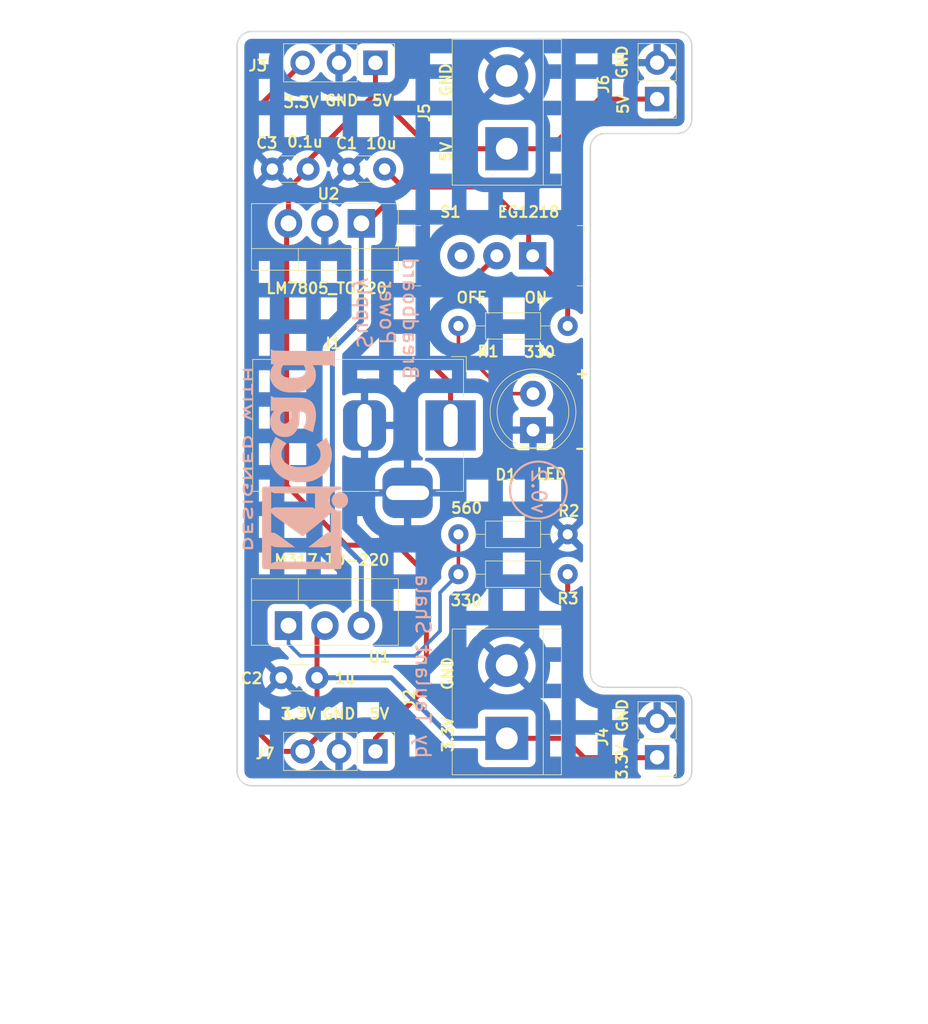
<source format=kicad_pcb>
(kicad_pcb (version 20211014) (generator pcbnew)
  (layers (0 "F.Cu" signal) (31 "B.Cu" signal) (34 "B.Paste" user) (35 "F.Paste" user) (36 "B.SilkS" user "B.Silkscreen") (37 "F.SilkS" user "F.Silkscreen") (38 "B.Mask" user) (39 "F.Mask" user) (44 "Edge.Cuts" user))
  (net 0 "")
  (net 1 "/12V")
  (net 2 "GND")
  (net 3 "/3.3V")
  (net 4 "/5V")
  (net 5 "Net-(D1-Pad2)")
  (net 6 "/PWR_input")
  (net 7 "Net-(R2-Pad1)")
  (footprint "Capacitor_THT:C_Disc_D3.0mm_W1.6mm_P2.50mm" (layer "F.Cu") (at 128.28 79.6 180)
    (fp_text reference "C3" (at 2.882 1.82) (layer "F.SilkS") (effects (font (size 0.75 0.75))))
    (fp_text value "0.1u" (at 0.222 1.9) (layer "F.SilkS") (effects (font (size 0.75 0.75))))
    (pad "1" thru_hole circle (at 0 0 180) (size 1.6 1.6) (drill 0.8) (layers *.Cu *.Mask) (net 4 "/5V"))
    (pad "2" thru_hole circle (at 2.5 0 180) (size 1.6 1.6) (drill 0.8) (layers *.Cu *.Mask) (net 2 "GND"))
  )
  (footprint "Connector_PinHeader_2.54mm:PinHeader_1x02_P2.54mm_Vertical" (layer "F.Cu") (at 152.62 74.72 180)
    (fp_text reference "J6" (at 3.75 1.04 270) (layer "F.SilkS") (effects (font (size 0.75 0.75))))
    (fp_text value "Conn_01x02_Male")
    (pad "1" thru_hole rect (at 0 0 180) (size 1.7 1.7) (drill 1) (layers *.Cu *.Mask) (net 4 "/5V"))
    (pad "2" thru_hole oval (at 0 2.54 180) (size 1.7 1.7) (drill 1) (layers *.Cu *.Mask) (net 2 "GND"))
  )
  (footprint "Resistor_THT:R_Axial_DIN0204_L3.6mm_D1.6mm_P7.62mm_Horizontal" (layer "F.Cu") (at 146.38 105.06 180)
    (fp_text reference "R3" (at -0.02 -4.48) (layer "F.SilkS") (effects (font (size 0.75 0.75))))
    (fp_text value "560" (at 7.05 1.83) (layer "F.SilkS") (effects (font (size 0.75 0.75))))
    (pad "1" thru_hole circle (at 0 0 180) (size 1.4 1.4) (drill 0.7) (layers *.Cu *.Mask) (net 2 "GND"))
    (pad "2" thru_hole oval (at 7.62 0 180) (size 1.4 1.4) (drill 0.7) (layers *.Cu *.Mask) (net 7 "Net-(R2-Pad1)"))
  )
  (footprint "Connector_BarrelJack:BarrelJack_Horizontal" (layer "F.Cu") (at 138.212 97.47)
    (fp_text reference "J1" (at -8.292 -5.72) (layer "F.SilkS") (effects (font (size 0.75 0.75))))
    (fp_text value "Barrel_Jack_Switch")
    (pad "1" thru_hole rect (at 0 0) (size 3.5 3.5) (drill oval 1 3) (layers *.Cu *.Mask) (net 6 "/PWR_input"))
    (pad "2" thru_hole roundrect (at -6 0) (size 3 3.5) (drill oval 1 3) (layers *.Cu *.Mask) (net 2 "GND"))
    (pad "3" thru_hole roundrect (at -3 4.7) (size 3.5 3.5) (drill oval 3 1) (layers *.Cu *.Mask) (net 2 "GND"))
  )
  (footprint "Resistor_THT:R_Axial_DIN0204_L3.6mm_D1.6mm_P7.62mm_Horizontal" (layer "F.Cu") (at 138.76 107.84)
    (fp_text reference "R2" (at 7.7 -4.41) (layer "F.SilkS") (effects (font (size 0.75 0.75))))
    (fp_text value "330" (at 0.54 1.83) (layer "F.SilkS") (effects (font (size 0.75 0.75))))
    (pad "1" thru_hole circle (at 0 0) (size 1.4 1.4) (drill 0.7) (layers *.Cu *.Mask) (net 7 "Net-(R2-Pad1)"))
    (pad "2" thru_hole oval (at 7.62 0) (size 1.4 1.4) (drill 0.7) (layers *.Cu *.Mask) (net 3 "/3.3V"))
  )
  (footprint "Connector_PinHeader_2.54mm:PinHeader_1x02_P2.54mm_Vertical" (layer "F.Cu") (at 152.62 120.605 180)
    (fp_text reference "J4" (at 3.82 1.415 90) (layer "F.SilkS") (effects (font (size 0.75 0.75))))
    (fp_text value "Conn_01x02_Male")
    (pad "1" thru_hole rect (at 0 0 180) (size 1.7 1.7) (drill 1) (layers *.Cu *.Mask) (net 3 "/3.3V"))
    (pad "2" thru_hole oval (at 0 2.54 180) (size 1.7 1.7) (drill 1) (layers *.Cu *.Mask) (net 2 "GND"))
  )
  (footprint "Capacitor_THT:C_Disc_D3.0mm_W1.6mm_P2.50mm" (layer "F.Cu") (at 133.614 79.6 180)
    (fp_text reference "C1" (at 2.646 1.8) (layer "F.SilkS") (effects (font (size 0.75 0.75))))
    (fp_text value "10u" (at 0.226 1.79) (layer "F.SilkS") (effects (font (size 0.75 0.75))))
    (pad "1" thru_hole circle (at 0 0 180) (size 1.6 1.6) (drill 0.8) (layers *.Cu *.Mask) (net 1 "/12V"))
    (pad "2" thru_hole circle (at 2.5 0 180) (size 1.6 1.6) (drill 0.8) (layers *.Cu *.Mask) (net 2 "GND"))
  )
  (footprint "Capacitor_THT:C_Disc_D3.0mm_W1.6mm_P2.50mm" (layer "F.Cu") (at 128.9 115.06 180)
    (fp_text reference "C2" (at 4.56 -0.04) (layer "F.SilkS") (effects (font (size 0.75 0.75))))
    (fp_text value "1u" (at -1.94 -0.04) (layer "F.SilkS") (effects (font (size 0.75 0.75))))
    (pad "1" thru_hole circle (at 0 0 180) (size 1.6 1.6) (drill 0.8) (layers *.Cu *.Mask) (net 3 "/3.3V"))
    (pad "2" thru_hole circle (at 2.5 0 180) (size 1.6 1.6) (drill 0.8) (layers *.Cu *.Mask) (net 2 "GND"))
  )
  (footprint "TerminalBlock:TerminalBlock_bornier-2_P5.08mm" (layer "F.Cu") (at 142.134 119.284 90)
    (fp_text reference "J2" (at 2.774 -6.804 90) (layer "F.SilkS") (effects (font (size 0.75 0.75))))
    (fp_text value "Screw_Terminal_01x02")
    (pad "1" thru_hole rect (at 0 0 90) (size 3 3) (drill 1.52) (layers *.Cu *.Mask) (net 3 "/3.3V"))
    (pad "2" thru_hole circle (at 5.08 0 90) (size 3 3) (drill 1.52) (layers *.Cu *.Mask) (net 2 "GND"))
  )
  (footprint "Connector_PinHeader_2.54mm:PinHeader_1x03_P2.54mm_Vertical" (layer "F.Cu") (at 132.974 120.194 -90)
    (fp_text reference "J7" (at 0.146 7.704 180) (layer "F.SilkS") (effects (font (size 0.75 0.75))))
    (fp_text value "Conn_01x03_Male")
    (pad "1" thru_hole rect (at 0 0 270) (size 1.7 1.7) (drill 1) (layers *.Cu *.Mask) (net 4 "/5V"))
    (pad "2" thru_hole oval (at 0 2.54 270) (size 1.7 1.7) (drill 1) (layers *.Cu *.Mask) (net 2 "GND"))
    (pad "3" thru_hole oval (at 0 5.08 270) (size 1.7 1.7) (drill 1) (layers *.Cu *.Mask) (net 3 "/3.3V"))
  )
  (footprint "Package_TO_SOT_THT:TO-220-3_Vertical" (layer "F.Cu") (at 126.91 111.425)
    (fp_text reference "U1" (at 6.34 2.195) (layer "F.SilkS") (effects (font (size 0.75 0.75))))
    (fp_text value "LM317_TO-220" (at 2.72 -4.575) (layer "F.SilkS") (effects (font (size 0.75 0.75))))
    (pad "1" thru_hole rect (at 0 0) (size 1.905 2) (drill 1.1) (layers *.Cu *.Mask) (net 7 "Net-(R2-Pad1)"))
    (pad "2" thru_hole oval (at 2.54 0) (size 1.905 2) (drill 1.1) (layers *.Cu *.Mask) (net 3 "/3.3V"))
    (pad "3" thru_hole oval (at 5.08 0) (size 1.905 2) (drill 1.1) (layers *.Cu *.Mask) (net 1 "/12V"))
  )
  (footprint "LED_THT:LED_D5.0mm" (layer "F.Cu") (at 143.96 97.795 90)
    (fp_text reference "D1" (at -3.115 -1.884 180) (layer "F.SilkS") (effects (font (size 0.75 0.75))))
    (fp_text value "LED" (at -3.055 1.28 180) (layer "F.SilkS") (effects (font (size 0.75 0.75))))
    (pad "1" thru_hole rect (at 0 0 90) (size 1.8 1.8) (drill 0.9) (layers *.Cu *.Mask) (net 2 "GND"))
    (pad "2" thru_hole circle (at 2.54 0 90) (size 1.8 1.8) (drill 0.9) (layers *.Cu *.Mask) (net 5 "Net-(D1-Pad2)"))
  )
  (footprint "Package_TO_SOT_THT:TO-220-3_Vertical" (layer "F.Cu") (at 131.99 83.38 180)
    (fp_text reference "U2" (at 2.29 2.05) (layer "F.SilkS") (effects (font (size 0.75 0.75))))
    (fp_text value "LM7805_TO220" (at 2.42 -4.53) (layer "F.SilkS") (effects (font (size 0.75 0.75))))
    (pad "1" thru_hole rect (at 0 0 180) (size 1.905 2) (drill 1.1) (layers *.Cu *.Mask) (net 1 "/12V"))
    (pad "2" thru_hole oval (at 2.54 0 180) (size 1.905 2) (drill 1.1) (layers *.Cu *.Mask) (net 2 "GND"))
    (pad "3" thru_hole oval (at 5.08 0 180) (size 1.905 2) (drill 1.1) (layers *.Cu *.Mask) (net 4 "/5V"))
  )
  (footprint "TerminalBlock:TerminalBlock_bornier-2_P5.08mm" (layer "F.Cu") (at 142.134 78.18 90)
    (fp_text reference "J5" (at 2.51 -5.754 270) (layer "F.SilkS") (effects (font (size 0.75 0.75))))
    (fp_text value "Screw_Terminal_01x02")
    (pad "1" thru_hole rect (at 0 0 90) (size 3 3) (drill 1.52) (layers *.Cu *.Mask) (net 4 "/5V"))
    (pad "2" thru_hole circle (at 5.08 0 90) (size 3 3) (drill 1.52) (layers *.Cu *.Mask) (net 2 "GND"))
  )
  (footprint "Connector_PinHeader_2.54mm:PinHeader_1x03_P2.54mm_Vertical" (layer "F.Cu") (at 132.974 72.19 -90)
    (fp_text reference "J3" (at 0.2 8.204 180) (layer "F.SilkS") (effects (font (size 0.75 0.75))))
    (fp_text value "Conn_01x03_Male")
    (pad "1" thru_hole rect (at 0 0 270) (size 1.7 1.7) (drill 1) (layers *.Cu *.Mask) (net 4 "/5V"))
    (pad "2" thru_hole oval (at 0 2.54 270) (size 1.7 1.7) (drill 1) (layers *.Cu *.Mask) (net 2 "GND"))
    (pad "3" thru_hole oval (at 0 5.08 270) (size 1.7 1.7) (drill 1) (layers *.Cu *.Mask) (net 3 "/3.3V"))
  )
  (footprint "Resistor_THT:R_Axial_DIN0204_L3.6mm_D1.6mm_P7.62mm_Horizontal" (layer "F.Cu") (at 138.76 90.534)
    (fp_text reference "R1" (at 2.07 1.786) (layer "F.SilkS") (effects (font (size 0.75 0.75))))
    (fp_text value "330" (at 5.66 1.816) (layer "F.SilkS") (effects (font (size 0.75 0.75))))
    (pad "1" thru_hole circle (at 0 0) (size 1.4 1.4) (drill 0.7) (layers *.Cu *.Mask) (net 5 "Net-(D1-Pad2)"))
    (pad "2" thru_hole oval (at 7.62 0) (size 1.4 1.4) (drill 0.7) (layers *.Cu *.Mask) (net 1 "/12V"))
  )
  (footprint "digikey-footprints:Switch_Slide_11.6x4mm_EG1218" (layer "F.Cu") (at 143.94 85.64 180)
    (fp_text reference "S1" (at 5.74 3.05) (layer "F.SilkS") (effects (font (size 0.75 0.75))))
    (fp_text value "EG1218" (at 0.29 3.05) (layer "F.SilkS") (effects (font (size 0.75 0.75))))
    (pad "1" thru_hole rect locked (at 0 0 180) (size 1.9 1.9) (drill 0.9) (layers *.Cu *.Mask) (net 1 "/12V"))
    (pad "2" thru_hole circle locked (at 2.5 0 180) (size 1.9 1.9) (drill 0.9) (layers *.Cu *.Mask) (net 6 "/PWR_input"))
    (pad "3" thru_hole circle locked (at 5 0 180) (size 1.9 1.9) (drill 0.9) (layers *.Cu *.Mask))
  )
  (footprint "Symbol:KiCad-Logo2_6mm_SilkScreen" (layer "B.Cu") (at 128.085153 99.827487 90)
    (fp_text reference "REF**" hide)
    (fp_text value "KiCad-Logo2_6mm_SilkScreen" hide)
  )
  (gr_circle (center 144.340403 101.97) (end 146.320807 101.97) (layer "B.SilkS") (width 0.15) (fill none))
  (gr_line (start 154.024 70.008) (end 124.338 70.008) (layer "Edge.Cuts") (width 0.1))
  (gr_line (start 155.04 121.57) (end 155.04 116.744) (layer "Edge.Cuts") (width 0.1))
  (gr_arc (start 147.96 78.136) (mid 148.25758 77.41758) (end 148.976 77.12) (layer "Edge.Cuts") (width 0.1))
  (gr_line (start 123.322 92.614) (end 123.322 121.57) (layer "Edge.Cuts") (width 0.1))
  (gr_line (start 154.024 77.12) (end 148.976 77.12) (layer "Edge.Cuts") (width 0.1))
  (gr_arc (start 154.024 70.008) (mid 154.74242 70.30558) (end 155.04 71.024) (layer "Edge.Cuts") (width 0.1))
  (gr_arc (start 124.338 122.586) (mid 123.61958 122.28842) (end 123.322 121.57) (layer "Edge.Cuts") (width 0.1))
  (gr_line (start 154.024 115.728) (end 148.976 115.728) (layer "Edge.Cuts") (width 0.1))
  (gr_arc (start 123.322 71.024) (mid 123.61958 70.30558) (end 124.338 70.008) (layer "Edge.Cuts") (width 0.1))
  (gr_arc (start 148.976 115.728) (mid 148.25758 115.43042) (end 147.96 114.712) (layer "Edge.Cuts") (width 0.1))
  (gr_line (start 147.96 88.55) (end 147.96 78.136) (layer "Edge.Cuts") (width 0.1))
  (gr_line (start 123.322 92.614) (end 123.322 71.024) (layer "Edge.Cuts") (width 0.1))
  (gr_arc (start 155.04 76.104) (mid 154.74242 76.82242) (end 154.024 77.12) (layer "Edge.Cuts") (width 0.1))
  (gr_line (start 127.64 122.586) (end 124.338 122.586) (layer "Edge.Cuts") (width 0.1))
  (gr_line (start 147.96 114.712) (end 147.96 102.52) (layer "Edge.Cuts") (width 0.1))
  (gr_line (start 155.04 76.104) (end 155.04 71.024) (layer "Edge.Cuts") (width 0.1))
  (gr_arc (start 155.04 121.57) (mid 154.74242 122.28842) (end 154.024 122.586) (layer "Edge.Cuts") (width 0.1))
  (gr_line (start 127.64 122.586) (end 154.024 122.586) (layer "Edge.Cuts") (width 0.1))
  (gr_line (start 147.96 102.52) (end 147.96 88.55) (layer "Edge.Cuts") (width 0.1))
  (gr_arc (start 154.024 115.728) (mid 154.74242 116.02558) (end 155.04 116.744) (layer "Edge.Cuts") (width 0.1))
  (gr_text "v0.2" (at 144.37 102.06 270) (layer "B.SilkS") (effects (font (size 1 1)) (justify mirror)))
  (gr_text "by Taulant Shala" (at 136.29 114.26 270) (layer "B.SilkS") (effects (font (size 1 1)) (justify mirror)))
  (gr_text "Breadboard\n  Power \n Supply" (at 133.79 90 270) (layer "B.SilkS") (effects (font (size 1 1)) (justify mirror)))
  (gr_text "3.3V" (at 127.79 74.94) (layer "F.SilkS") (effects (font (size 0.75 0.75))))
  (gr_text "5V" (at 133.24 117.57) (layer "F.SilkS") (effects (font (size 0.75 0.75))))
  (gr_text "GND" (at 150.19 117.69 90) (layer "F.SilkS") (effects (font (size 0.75 0.75))))
  (gr_text "5V" (at 137.91 78.39 90) (layer "F.SilkS") (effects (font (size 0.75 0.75))))
  (gr_text "5V" (at 150.25 75.07 90) (layer "F.SilkS") (effects (font (size 0.75 0.75))))
  (gr_text "GND" (at 150.17 72.13 90) (layer "F.SilkS") (effects (font (size 0.75 0.75))))
  (gr_text "OFF\n" (at 139.67 88.56) (layer "F.SilkS") (effects (font (size 0.75 0.75))))
  (gr_text "ON\n" (at 144.16 88.56) (layer "F.SilkS") (effects (font (size 0.75 0.75))))
  (gr_text "GND" (at 130.61 74.82) (layer "F.SilkS") (effects (font (size 0.75 0.75))))
  (gr_text "GND" (at 138 114.76 90) (layer "F.SilkS") (effects (font (size 0.75 0.75))))
  (gr_text "3.3V" (at 127.6 117.57) (layer "F.SilkS") (effects (font (size 0.75 0.75))))
  (gr_text "3.3V" (at 138.02 119.02 90) (layer "F.SilkS") (effects (font (size 0.75 0.75))))
  (gr_text "-" (at 147.33 99.05) (layer "F.SilkS") (effects (font (size 0.75 0.75))))
  (gr_text "+" (at 147.38 93.84) (layer "F.SilkS") (effects (font (size 0.75 0.75))))
  (gr_text "3.3V" (at 150.17 120.95 90) (layer "F.SilkS") (effects (font (size 0.75 0.75))))
  (gr_text "GND" (at 130.42 117.57) (layer "F.SilkS") (effects (font (size 0.75 0.75))))
  (gr_text "5V" (at 133.43 74.82) (layer "F.SilkS") (effects (font (size 0.75 0.75))))
  (gr_text "GND" (at 137.88 73.38 90) (layer "F.SilkS") (effects (font (size 0.75 0.75))))
  (segment (start 140.8 80.85) (end 143.66 83.71) (width 0.35) (layer "F.Cu") (net 1))
  (segment (start 133.614 79.6) (end 134.864 80.85) (width 0.35) (layer "F.Cu") (net 1))
  (segment (start 143.66 83.71) (end 143.66 85.36) (width 0.35) (layer "F.Cu") (net 1))
  (segment (start 143.66 85.36) (end 146.38 88.08) (width 0.35) (layer "F.Cu") (net 1))
  (segment (start 146.38 88.08) (end 146.38 90.534) (width 0.35) (layer "F.Cu") (net 1))
  (segment (start 131.99 83.38) (end 132.334 83.38) (width 0.35) (layer "F.Cu") (net 1))
  (segment (start 132.334 83.38) (end 134.864 80.85) (width 0.35) (layer "F.Cu") (net 1))
  (segment (start 134.864 80.85) (end 140.8 80.85) (width 0.35) (layer "F.Cu") (net 1))
  (segment (start 129.97 104.99) (end 129.97 92.2) (width 0.35) (layer "B.Cu") (net 1))
  (segment (start 131.99 90.18) (end 131.99 83.38) (width 0.35) (layer "B.Cu") (net 1))
  (segment (start 129.97 92.2) (end 131.99 90.18) (width 0.35) (layer "B.Cu") (net 1))
  (segment (start 131.99 107.01) (end 129.97 104.99) (width 0.35) (layer "B.Cu") (net 1))
  (segment (start 131.99 111.425) (end 131.99 107.01) (width 0.35) (layer "B.Cu") (net 1))
  (segment (start 128.9 115.06) (end 128.9 111.975) (width 0.35) (layer "F.Cu") (net 3))
  (segment (start 126.134 120.194) (end 127.894 120.194) (width 0.35) (layer "F.Cu") (net 3))
  (segment (start 127.894 72.19) (end 124.286 75.798) (width 0.35) (layer "F.Cu") (net 3))
  (segment (start 147.533 120.635) (end 152.62 120.635) (width 0.35) (layer "F.Cu") (net 3))
  (segment (start 128.9 115.92) (end 128.9 119.188) (width 0.35) (layer "F.Cu") (net 3))
  (segment (start 146.38 107.84) (end 146.38 119.086) (width 0.35) (layer "F.Cu") (net 3))
  (segment (start 143.134 119.284) (end 146.182 119.284) (width 0.35) (layer "F.Cu") (net 3))
  (segment (start 128.9 111.975) (end 129.45 111.425) (width 0.35) (layer "F.Cu") (net 3))
  (segment (start 146.182 119.284) (end 147.533 120.635) (width 0.35) (layer "F.Cu") (net 3))
  (segment (start 124.286 75.798) (end 124.286 118.346) (width 0.35) (layer "F.Cu") (net 3))
  (segment (start 128.9 119.188) (end 127.894 120.194) (width 0.35) (layer "F.Cu") (net 3))
  (segment (start 146.38 119.086) (end 146.182 119.284) (width 0.35) (layer "F.Cu") (net 3))
  (segment (start 124.286 118.346) (end 126.134 120.194) (width 0.35) (layer "F.Cu") (net 3))
  (segment (start 134.084 115.06) (end 128.9 115.06) (width 0.35) (layer "B.Cu") (net 3))
  (segment (start 138.308 119.284) (end 134.084 115.06) (width 0.35) (layer "B.Cu") (net 3))
  (segment (start 143.134 119.284) (end 138.308 119.284) (width 0.35) (layer "B.Cu") (net 3))
  (segment (start 148.582 74.72) (end 145.122 78.18) (width 0.35) (layer "F.Cu") (net 4))
  (segment (start 128.28 79.02) (end 128.28 79.6) (width 0.35) (layer "F.Cu") (net 4))
  (segment (start 126.78 83.51) (end 126.78 101.66) (width 0.35) (layer "F.Cu") (net 4))
  (segment (start 126.91 80.97) (end 126.91 83.38) (width 0.35) (layer "F.Cu") (net 4))
  (segment (start 126.78 101.66) (end 130.942 105.822) (width 0.35) (layer "F.Cu") (net 4))
  (segment (start 152.6 74.72) (end 148.582 74.72) (width 0.35) (layer "F.Cu") (net 4))
  (segment (start 130.942 105.822) (end 134.498 105.822) (width 0.35) (layer "F.Cu") (net 4))
  (segment (start 126.91 83.38) (end 126.78 83.51) (width 0.35) (layer "F.Cu") (net 4))
  (segment (start 143.134 78.18) (end 136.828 78.18) (width 0.35) (layer "F.Cu") (net 4))
  (segment (start 128.28 79.6) (end 126.91 80.97) (width 0.35) (layer "F.Cu") (net 4))
  (segment (start 134.498 105.822) (end 136.53 107.854) (width 0.35) (layer "F.Cu") (net 4))
  (segment (start 136.53 115.728) (end 132.974 119.284) (width 0.35) (layer "F.Cu") (net 4))
  (segment (start 145.122 78.18) (end 143.134 78.18) (width 0.35) (layer "F.Cu") (net 4))
  (segment (start 136.828 78.18) (end 132.974 74.326) (width 0.35) (layer "F.Cu") (net 4))
  (segment (start 132.974 74.326) (end 128.28 79.02) (width 0.35) (layer "F.Cu") (net 4))
  (segment (start 132.974 72.19) (end 132.974 74.326) (width 0.35) (layer "F.Cu") (net 4))
  (segment (start 132.974 119.284) (end 132.974 120.194) (width 0.35) (layer "F.Cu") (net 4))
  (segment (start 136.53 107.854) (end 136.53 115.728) (width 0.35) (layer "F.Cu") (net 4))
  (segment (start 138.76 91.97) (end 138.76 90.78) (width 0.25) (layer "F.Cu") (net 5))
  (segment (start 143.96 95.255) (end 142.045 95.255) (width 0.25) (layer "F.Cu") (net 5))
  (segment (start 142.045 95.255) (end 138.76 91.97) (width 0.25) (layer "F.Cu") (net 5))
  (segment (start 138.212 94.55) (end 136.022 92.36) (width 0.35) (layer "F.Cu") (net 6))
  (segment (start 138.212 97.47) (end 138.212 94.55) (width 0.35) (layer "F.Cu") (net 6))
  (segment (start 136.022 92.36) (end 136.022 91.058) (width 0.35) (layer "F.Cu") (net 6))
  (segment (start 136.022 91.058) (end 141.44 85.64) (width 0.35) (layer "F.Cu") (net 6))
  (segment (start 138.76 107.84) (end 138.76 105.06) (width 0.25) (layer "F.Cu") (net 7))
  (segment (start 127.73 113.53) (end 126.91 112.71) (width 0.25) (layer "B.Cu") (net 7))
  (segment (start 137.48 109.12) (end 137.48 111.8) (width 0.25) (layer "B.Cu") (net 7))
  (segment (start 126.91 112.71) (end 126.91 111.425) (width 0.25) (layer "B.Cu") (net 7))
  (segment (start 135.75 113.53) (end 127.73 113.53) (width 0.25) (layer "B.Cu") (net 7))
  (segment (start 138.76 107.84) (end 137.48 109.12) (width 0.25) (layer "B.Cu") (net 7))
  (segment (start 137.48 111.8) (end 135.75 113.53) (width 0.25) (layer "B.Cu") (net 7))
  (zone (net 2) (net_name "GND") (layer "B.Cu") (connect_pads (clearance 0.508)) (min_thickness 0.254) (fill yes (mode hatch) (thermal_gap 0.508) (thermal_bridge_width 0.508) (hatch_thickness 1.016) (hatch_gap 1.524) (hatch_orientation 0) (hatch_border_algorithm hatch_thickness) (hatch_min_hole_area 0.3))
    (polygon (pts (xy 154.11 70.07) (xy 154.15 70.07) (xy 154.25 70.09) (xy 154.34 70.12) (xy 154.42 70.15) (xy 154.55 70.22) (xy 154.67 70.32) (xy 154.78 70.43) (xy 154.9 70.63) (xy 154.92 70.69) (xy 154.94 70.74) (xy 154.95 70.79) (xy 154.98 70.92) (xy 154.98 76.22) (xy 154.96 76.33) (xy 154.91 76.48) (xy 154.86 76.58) (xy 154.83 76.63) (xy 154.78 76.7) (xy 154.75 76.73) (xy 154.72 76.77) (xy 154.69 76.8) (xy 154.62 76.86) (xy 154.58 76.89) (xy 154.52 76.93) (xy 154.44 76.97) (xy 154.35 77.01) (xy 154.25 77.04) (xy 154.13 77.06) (xy 148.95 77.06) (xy 148.76 77.08) (xy 148.55 77.12) (xy 148.25 77.32) (xy 148.12 77.46) (xy 148.02 77.65) (xy 147.96 77.77) (xy 147.86 78.01) (xy 147.9 114.39) (xy 147.91 114.82) (xy 147.92 114.92) (xy 147.94 114.99) (xy 148.06 115.32) (xy 148.36 115.62) (xy 148.86 115.82) (xy 154.03 115.78) (xy 154.09 115.79) (xy 154.12 115.79) (xy 154.33 115.83) (xy 154.56 115.95) (xy 154.73 116.09) (xy 154.85 116.25) (xy 154.96 116.52) (xy 154.98 116.64) (xy 154.98 121.68) (xy 154.95 121.84) (xy 154.91 121.95) (xy 154.81 122.12) (xy 154.71 122.24) (xy 154.46 122.43) (xy 154.27 122.5) (xy 154.07 122.53) (xy 124.28 122.53) (xy 124.26 122.52) (xy 123.64 122.24) (xy 123.38 121.62) (xy 123.38 70.93) (xy 123.39 70.86) (xy 123.43 70.71) (xy 123.56 70.46) (xy 123.72 70.29) (xy 123.96 70.14) (xy 124.34 70.06)))
  )
)
</source>
